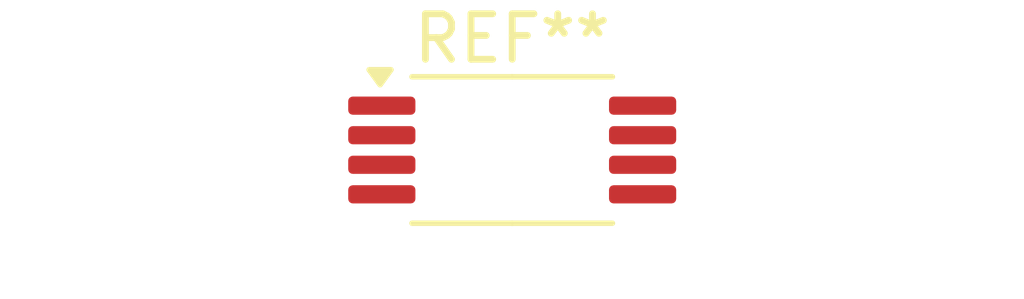
<source format=kicad_pcb>
(kicad_pcb (version 20241229) (generator "pcbnew") (generator_version "9.0")
  (layers (0 "F.Cu" signal) (2 "B.Cu" signal) (13 "F.Paste" user) (15 "B.Paste" user) (5 "F.SilkS" user "F.Silkscreen") (7 "B.SilkS" user "B.Silkscreen") (1 "F.Mask" user) (3 "B.Mask" user) (25 "Edge.Cuts" user))
  (net 0 "")
  (footprint "Package_SO:TSSOP-8_4.4x3mm_P0.65mm" (layer "F.Cu") (at 20.5 18.5)
    (property "Reference" "REF**" (at 0 -2.45 0) (layer "F.SilkS"))
    (property "Value" "TSSOP-8_4.4x3mm_P0.65mm")
    (fp_line (start 0 -1.61) (end -2.2 -1.61) (stroke (width 0.12)) (layer "F.SilkS"))
    (fp_line (start 0 -1.61) (end 2.2 -1.61) (stroke (width 0.12)) (layer "F.SilkS"))
    (fp_line (start 0 1.61) (end -2.2 1.61) (stroke (width 0.12)) (layer "F.SilkS"))
    (fp_line (start 0 1.61) (end 2.2 1.61) (stroke (width 0.12)) (layer "F.SilkS"))
    (fp_poly (pts (xy -2.9 -1.435) (xy -3.14 -1.765) (xy -2.66 -1.765) (xy -2.9 -1.435)) (stroke (width 0.12)) (fill yes) (layer "F.SilkS"))
    (pad "1" smd roundrect (at -2.8625 -0.975) (size 1.475 0.4) (layers "F.Cu" "F.Mask" "F.Paste"))
    (pad "2" smd roundrect (at -2.8625 -0.325) (size 1.475 0.4) (layers "F.Cu" "F.Mask" "F.Paste"))
    (pad "3" smd roundrect (at -2.8625 0.325) (size 1.475 0.4) (layers "F.Cu" "F.Mask" "F.Paste"))
    (pad "4" smd roundrect (at -2.8625 0.975) (size 1.475 0.4) (layers "F.Cu" "F.Mask" "F.Paste"))
    (pad "5" smd roundrect (at 2.8625 0.975) (size 1.475 0.4) (layers "F.Cu" "F.Mask" "F.Paste"))
    (pad "6" smd roundrect (at 2.8625 0.325) (size 1.475 0.4) (layers "F.Cu" "F.Mask" "F.Paste"))
    (pad "7" smd roundrect (at 2.8625 -0.325) (size 1.475 0.4) (layers "F.Cu" "F.Mask" "F.Paste"))
    (pad "8" smd roundrect (at 2.8625 -0.975) (size 1.475 0.4) (layers "F.Cu" "F.Mask" "F.Paste"))
  )
)
</source>
